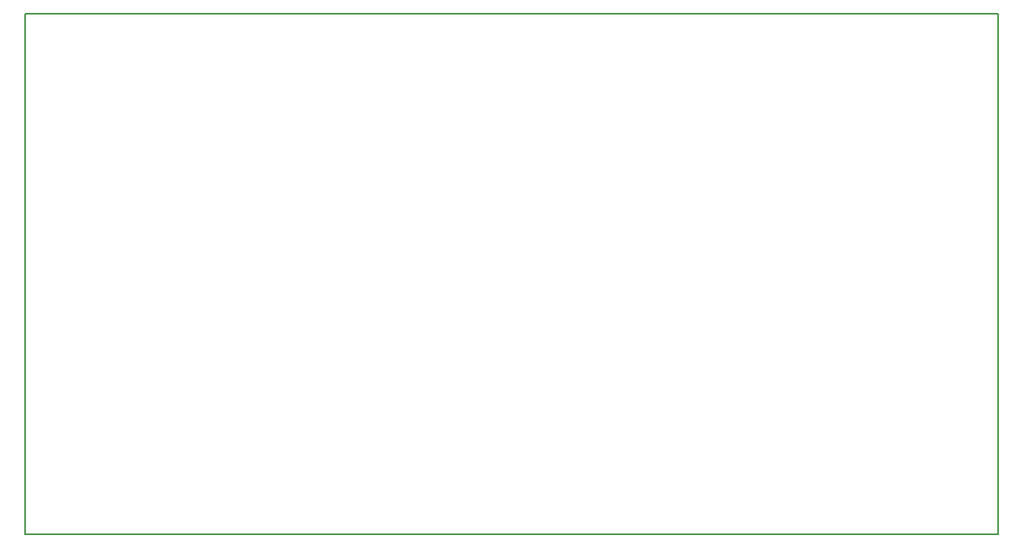
<source format=gm1>
G04 MADE WITH FRITZING*
G04 WWW.FRITZING.ORG*
G04 DOUBLE SIDED*
G04 HOLES PLATED*
G04 CONTOUR ON CENTER OF CONTOUR VECTOR*
%ASAXBY*%
%FSLAX23Y23*%
%MOIN*%
%OFA0B0*%
%SFA1.0B1.0*%
%ADD10R,4.014570X2.152280*%
%ADD11C,0.008000*%
%ADD10C,0.008*%
%LNCONTOUR*%
G90*
G70*
G54D10*
G54D11*
X4Y2148D02*
X4011Y2148D01*
X4011Y4D01*
X4Y4D01*
X4Y2148D01*
D02*
G04 End of contour*
M02*
</source>
